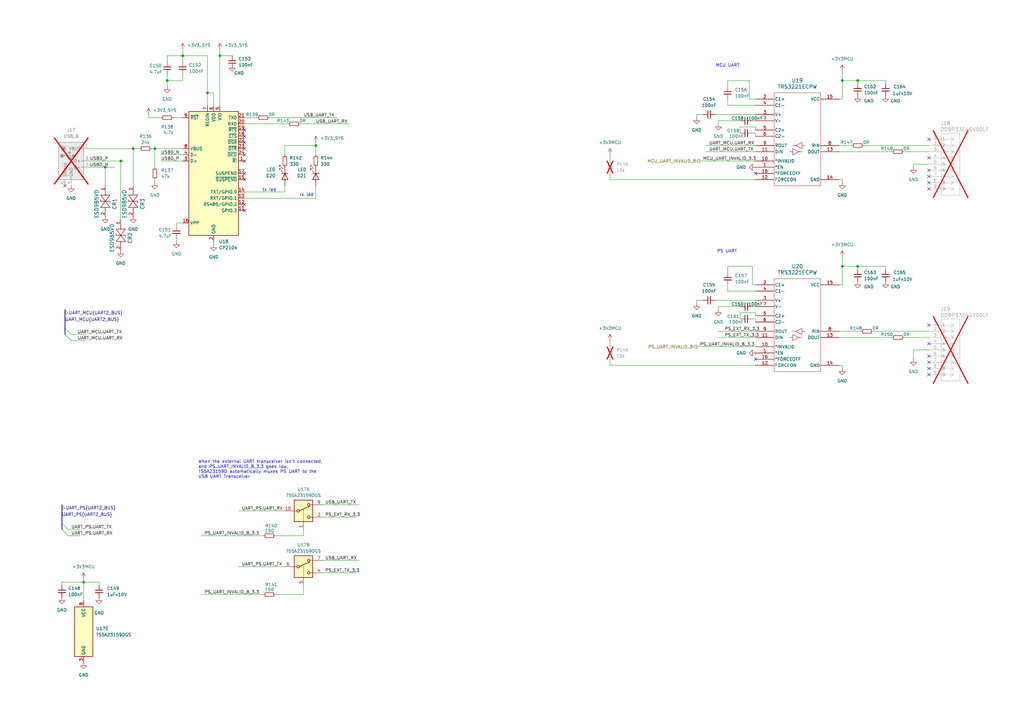
<source format=kicad_sch>
(kicad_sch (version 20250114) (generator "eeschema") (generator_version "9.0")
  (paper "A3")
  (title_block (title "NASR-M") (date "2025-09-26") (rev "D 0.9.4") (company "electrodyssey.net") (comment 1 "UART interfaces to MCU and PS") (comment 2 "(c) Nazim 2025") (comment 3 "Author: Nazim Aghabayov") (comment 4 "SYZYGY Carrier Mainboard") (comment 5 "rel: Fletched Bustard"))
  (lib_symbols
    (symbol "Analog_Switch:TS5A23159DGS"
      (property "Reference" "U" (at -5.08 8.89 0))
      (property "Value" "TS5A23159DGS" (at -5.08 6.985 0))
      (symbol "TS5A23159DGS_1_1"
        (pin passive line (at -7.62 0 0) (length 2.54) (name "~") (number "10"))
        (pin input line (at 0 -7.62 90) (length 2.54) (name "~") (number "1"))
        (pin passive line (at 7.62 2.54 180) (length 2.54) (name "~") (number "9"))
        (pin passive line (at 7.62 -2.54 180) (length 2.54) (name "~") (number "2"))
      )
      (symbol "TS5A23159DGS_2_1"
        (pin passive line (at -7.62 0 0) (length 2.54) (name "~") (number "6"))
        (pin input line (at 0 -7.62 90) (length 2.54) (name "~") (number "5"))
        (pin passive line (at 7.62 2.54 180) (length 2.54) (name "~") (number "7"))
        (pin passive line (at 7.62 -2.54 180) (length 2.54) (name "~") (number "4"))
      )
      (symbol "TS5A23159DGS_3_1"
        (pin power_in line (at 0 12.7 270) (length 2.54) (name "VCC") (number "8"))
        (pin power_in line (at 0 -12.7 90) (length 2.54) (name "GND") (number "3"))
      )
    )
    (symbol "Connector:USB_B" (pin_names (offset 1.016))
      (property "Reference" "J" (at -5.08 11.43 0))
      (property "Value" "USB_B" (at -5.08 8.89 0))
      (symbol "USB_B_1_1"
        (pin passive line (at -2.54 -10.16 90) (length 2.54) (name "Shield") (number "5"))
        (pin power_out line (at 0 -10.16 90) (length 2.54) (name "GND") (number "4"))
        (pin power_out line (at 7.62 5.08 180) (length 2.54) (name "VBUS") (number "1"))
        (pin bidirectional line (at 7.62 0 180) (length 2.54) (name "D+") (number "3"))
        (pin bidirectional line (at 7.62 -2.54 180) (length 2.54) (name "D-") (number "2"))
      )
    )
    (symbol "D09P33E4GX00LF:D09P33E4GX00LF" (pin_names (offset 0.254))
      (property "Reference" "J" (at 8.89 6.35 0))
      (property "Value" "D09P33E4GX00LF" (at 0 0 0))
      (symbol "D09P33E4GX00LF_1_1"
        (pin unspecified line (at 0 0 0) (length 5.08) (name "1") (number "1"))
        (pin unspecified line (at 0 -2.54 0) (length 5.08) (name "2") (number "2"))
        (pin unspecified line (at 0 -5.08 0) (length 5.08) (name "3") (number "3"))
        (pin unspecified line (at 0 -7.62 0) (length 5.08) (name "4") (number "4"))
        (pin unspecified line (at 0 -10.16 0) (length 5.08) (name "5") (number "5"))
        (pin unspecified line (at 0 -12.7 0) (length 5.08) (name "6") (number "6"))
        (pin unspecified line (at 0 -15.24 0) (length 5.08) (name "7") (number "7"))
        (pin unspecified line (at 0 -17.78 0) (length 5.08) (name "8") (number "8"))
        (pin unspecified line (at 0 -20.32 0) (length 5.08) (name "9") (number "9"))
      )
      (symbol "D09P33E4GX00LF_1_2"
        (pin unspecified line (at 0 0 0) (length 5.08) (name "1") (number "1"))
        (pin unspecified line (at 0 -2.54 0) (length 5.08) (name "2") (number "2"))
        (pin unspecified line (at 0 -5.08 0) (length 5.08) (name "3") (number "3"))
        (pin unspecified line (at 0 -7.62 0) (length 5.08) (name "4") (number "4"))
        (pin unspecified line (at 0 -10.16 0) (length 5.08) (name "5") (number "5"))
        (pin unspecified line (at 0 -12.7 0) (length 5.08) (name "6") (number "6"))
        (pin unspecified line (at 0 -15.24 0) (length 5.08) (name "7") (number "7"))
        (pin unspecified line (at 0 -17.78 0) (length 5.08) (name "8") (number "8"))
        (pin unspecified line (at 0 -20.32 0) (length 5.08) (name "9") (number "9"))
      )
    )
    (symbol "Device:C_Small" (pin_numbers (hide yes)) (pin_names (offset 0.254) (hide yes))
      (property "Reference" "C" (at 0.254 1.778 0))
      (property "Value" "C_Small" (at 0.254 -2.032 0))
      (symbol "C_Small_1_1"
        (pin passive line (at 0 2.54 270) (length 2.032) (name "~") (number "1"))
        (pin passive line (at 0 -2.54 90) (length 2.032) (name "~") (number "2"))
      )
    )
    (symbol "Device:LED" (pin_numbers (hide yes)) (pin_names (offset 1.016) (hide yes))
      (property "Reference" "D" (at 0 2.54 0))
      (property "Value" "LED" (at 0 -2.54 0))
      (symbol "LED_1_1"
        (pin passive line (at -3.81 0 0) (length 2.54) (name "K") (number "1"))
        (pin passive line (at 3.81 0 180) (length 2.54) (name "A") (number "2"))
      )
    )
    (symbol "Device:R_Small" (pin_numbers (hide yes)) (pin_names (offset 0.254) (hide yes))
      (property "Reference" "R" (at 0.762 0.508 0))
      (property "Value" "R_Small" (at 0.762 -1.016 0))
      (symbol "R_Small_1_1"
        (pin passive line (at 0 2.54 270) (length 0.762) (name "~") (number "1"))
        (pin passive line (at 0 -2.54 90) (length 0.762) (name "~") (number "2"))
      )
    )
    (symbol "ESD9B5VD:ESD9B5VD" (pin_names (offset 0.254))
      (property "Reference" "CR" (at 6.35 5.08 0))
      (property "Value" "ESD9B5VD" (at 6.35 -3.81 0))
      (symbol "ESD9B5VD_0_1"
        (pin unspecified line (at 0 0 0) (length 2.54) (name "") (number "2"))
        (pin unspecified line (at 12.7 0 180) (length 2.54) (name "") (number "1"))
      )
    )
    (symbol "GND_1" (power) (pin_numbers (hide yes)) (pin_names (offset 0) (hide yes))
      (property "Value" "GND" (at 0 -3.81 0))
      (symbol "GND_1_1_1"
        (pin power_in line (at 0 0 270) (length 0) (name "~") (number "1"))
      )
    )
    (symbol "GPWR3V3MCU:+3V3MCU" (power) (pin_names (offset 0))
      (property "Value" "+3V3MCU" (at 0 3.556 0))
      (symbol "+3V3MCU_1_1"
        (pin power_in line (at 0 0 90) (length 0) (hide yes) (name "+3V3MCU") (number "1"))
      )
    )
    (symbol "GPWR3V3SYS:+3V3SYS" (power) (pin_names (offset 0))
      (property "Value" "+3V3SYS" (at 0 5.334 0))
      (symbol "+3V3SYS_1_1"
        (pin power_in line (at 0 0 90) (length 0) (hide yes) (name "+3V3_SYS") (number "1"))
      )
    )
    (symbol "Interface_USB:CP2104"
      (property "Reference" "U" (at -5.08 28.575 0))
      (property "Value" "CP2104" (at -5.08 26.67 0))
      (symbol "CP2104_1_1"
        (pin bidirectional line (at -12.7 22.86 0) (length 2.54) (name "~{RST}") (number "9"))
        (pin input line (at -12.7 10.16 0) (length 2.54) (name "VBUS") (number "8"))
        (pin bidirectional line (at -12.7 7.62 0) (length 2.54) (name "D-") (number "4"))
        (pin bidirectional line (at -12.7 5.08 0) (length 2.54) (name "D+") (number "3"))
        (pin passive line (at -12.7 -20.32 0) (length 2.54) (name "VPP") (number "16"))
        (pin power_in line (at -2.54 27.94 270) (length 2.54) (name "REGIN") (number "7"))
        (pin power_in line (at 0 27.94 270) (length 2.54) (name "VDD") (number "6"))
        (pin power_in line (at 0 -27.94 90) (length 2.54) (name "GND") (number "2"))
        (pin passive line (at 0 -27.94 90) (length 2.54) (hide yes) (name "GND") (number "25"))
        (pin power_in line (at 2.54 27.94 270) (length 2.54) (name "VIO") (number "5"))
        (pin no_connect line (at 10.16 -20.32 180) (length 2.54) (hide yes) (name "NC") (number "10"))
        (pin output line (at 12.7 22.86 180) (length 2.54) (name "TXD") (number "21"))
        (pin input line (at 12.7 20.32 180) (length 2.54) (name "RXD") (number "20"))
        (pin output line (at 12.7 17.78 180) (length 2.54) (name "~{RTS}") (number "19"))
        (pin input line (at 12.7 15.24 180) (length 2.54) (name "~{CTS}") (number "18"))
        (pin input line (at 12.7 12.7 180) (length 2.54) (name "~{DSR}") (number "22"))
        (pin output line (at 12.7 10.16 180) (length 2.54) (name "~{DTR}") (number "23"))
        (pin input line (at 12.7 7.62 180) (length 2.54) (name "~{DCD}") (number "24"))
        (pin input line (at 12.7 5.08 180) (length 2.54) (name "~{RI}") (number "1"))
        (pin output line (at 12.7 0 180) (length 2.54) (name "SUSPEND") (number "17"))
        (pin output line (at 12.7 -2.54 180) (length 2.54) (name "~{SUSPEND}") (number "15"))
        (pin bidirectional line (at 12.7 -7.62 180) (length 2.54) (name "TXT/GPIO.0") (number "14"))
        (pin bidirectional line (at 12.7 -10.16 180) (length 2.54) (name "RXT/GPIO.1") (number "13"))
        (pin bidirectional line (at 12.7 -12.7 180) (length 2.54) (name "RS485/GPIO.2") (number "12"))
        (pin bidirectional line (at 12.7 -15.24 180) (length 2.54) (name "GPIO.3") (number "11"))
      )
    )
    (symbol "TRS3221ECPW:TRS3221ECPW" (pin_names (offset 0.254))
      (property "Reference" "U48" (at 32.512 9.906 0))
      (property "Value" "TRS3221ECPW" (at 32.512 7.366 0))
      (symbol "TRS3221ECPW_0_1"
        (pin input line (at 15.24 -25.4 0) (length 7.62) (name "*EN") (number "1"))
        (pin power_in line (at 49.53 2.54 180) (length 7.62) (name "VCC") (number "15"))
        (pin power_in line (at 49.53 -30.48 180) (length 7.62) (name "GND") (number "14"))
      )
      (symbol "TRS3221ECPW_1_1"
        (pin passive line (at 15.24 2.54 0) (length 7.62) (name "C1+") (number "2"))
        (pin passive line (at 15.24 0 0) (length 7.62) (name "C1-") (number "4"))
        (pin passive line (at 15.24 -3.81 0) (length 7.62) (name "V+") (number "3"))
        (pin passive line (at 15.24 -6.35 0) (length 7.62) (name "V-") (number "7"))
        (pin passive line (at 15.24 -10.16 0) (length 7.62) (name "C2+") (number "5"))
        (pin passive line (at 15.24 -12.7 0) (length 7.62) (name "C2-") (number "6"))
        (pin output line (at 15.24 -16.51 0) (length 7.62) (name "ROUT") (number "9"))
        (pin input line (at 15.24 -19.05 0) (length 7.62) (name "DIN") (number "11"))
        (pin output line (at 15.24 -22.86 0) (length 7.62) (name "*INVALID") (number "10"))
        (pin input line (at 15.24 -27.94 0) (length 7.62) (name "*FORCEOFF") (number "16"))
        (pin input line (at 15.24 -30.48 0) (length 7.62) (name "FORCEON") (number "12"))
        (pin input line (at 49.53 -16.51 180) (length 7.62) (name "RIN") (number "8"))
        (pin output line (at 49.53 -19.05 180) (length 7.62) (name "DOUT") (number "13"))
      )
    )
    (symbol "power:GND" (power) (pin_names (offset 0))
      (property "Value" "GND" (at 0 -3.81 0))
      (symbol "GND_1_1"
        (pin power_in line (at 0 0 270) (length 0) (hide yes) (name "GND") (number "1"))
      )
    )
  )
  (text "PS UART" (at 298.196 103.124 0) (effects (font (size 1.27 1.27))))
  (text "MCU UART" (at 298.45 26.924 0) (effects (font (size 1.27 1.27))))
  (text "When the external UART transceiver isn't connected,\nand PS_UART_INVALID_B_3.3 goes low, \nTS5A23159D automatically muxes PS UART to the\nUSB UART Transceiver\n" (at 81.28 192.532 0) (effects (font (size 1.27 1.27)) (justify left)))
  (text "rx led" (at 125.73 80.01 0) (effects (font (size 1.27 1.27))))
  (text "tx led" (at 110.49 77.978 0) (effects (font (size 1.27 1.27))))
  (junction (at 74.93 22.86))
  (junction (at 351.79 109.22))
  (junction (at 129.54 59.69))
  (junction (at 90.17 22.86))
  (junction (at 351.79 33.02))
  (junction (at 63.5 60.96))
  (junction (at 68.58 33.02))
  (junction (at 54.61 60.96))
  (junction (at 49.53 66.04))
  (junction (at 345.44 33.02))
  (junction (at 34.29 238.76))
  (junction (at 85.09 38.1))
  (junction (at 345.44 109.22))
  (junction (at 43.18 68.58))
  (no_connect (at 26.67 76.2))
  (no_connect (at 381 77.47))
  (no_connect (at 100.33 71.12))
  (no_connect (at 100.33 73.66))
  (no_connect (at 381 148.59))
  (no_connect (at 381 140.97))
  (no_connect (at 100.33 55.88))
  (no_connect (at 381 57.15))
  (no_connect (at 381 64.77))
  (no_connect (at 381 151.13))
  (no_connect (at 381 133.35))
  (no_connect (at 309.88 71.12))
  (no_connect (at 100.33 83.82))
  (no_connect (at 100.33 86.36))
  (no_connect (at 309.88 147.32))
  (no_connect (at 100.33 58.42))
  (no_connect (at 381 153.67))
  (no_connect (at 381 74.93))
  (no_connect (at 381 72.39))
  (no_connect (at 381 146.05))
  (no_connect (at 381 69.85))
  (no_connect (at 100.33 60.96))
  (no_connect (at 100.33 66.04))
  (no_connect (at 100.33 63.5))
  (no_connect (at 100.33 53.34))
  (bus_entry (at 25.4 217.17) (size 2.54 2.54))
  (bus_entry (at 25.4 214.63) (size 2.54 2.54))
  (bus_entry (at 26.67 137.16) (size 2.54 2.54))
  (bus_entry (at 26.67 134.62) (size 2.54 2.54))
  (wire (pts (xy 298.45 43.18) (xy 309.88 43.18)))
  (wire (pts (xy 90.17 22.86) (xy 90.17 43.18)))
  (wire (pts (xy 110.49 48.26) (xy 138.43 48.26)))
  (wire (pts (xy 363.22 33.02) (xy 363.22 34.29)))
  (wire (pts (xy 27.94 219.71) (xy 33.02 219.71)))
  (wire (pts (xy 307.34 40.64) (xy 307.34 33.02)))
  (wire (pts (xy 345.44 73.66) (xy 345.44 74.93)))
  (wire (pts (xy 54.61 60.96) (xy 57.15 60.96)))
  (bus (pts (xy 25.4 214.63) (xy 25.4 217.17)))
  (wire (pts (xy 63.5 73.66) (xy 63.5 74.93)))
  (wire (pts (xy 43.18 68.58) (xy 43.18 76.2)))
  (wire (pts (xy 309.88 128.27) (xy 309.88 129.54)))
  (wire (pts (xy 82.55 219.71) (xy 107.95 219.71)))
  (wire (pts (xy 298.45 33.02) (xy 298.45 35.56)))
  (wire (pts (xy 100.33 50.8) (xy 118.11 50.8)))
  (wire (pts (xy 66.04 63.5) (xy 74.93 63.5)))
  (wire (pts (xy 309.88 54.61) (xy 309.88 55.88)))
  (wire (pts (xy 129.54 81.28) (xy 100.33 81.28)))
  (wire (pts (xy 287.02 66.04) (xy 309.88 66.04)))
  (wire (pts (xy 351.79 109.22) (xy 363.22 109.22)))
  (wire (pts (xy 97.79 232.41) (xy 116.84 232.41)))
  (wire (pts (xy 345.44 116.84) (xy 344.17 116.84)))
  (wire (pts (xy 298.45 119.38) (xy 309.88 119.38)))
  (wire (pts (xy 95.25 22.86) (xy 90.17 22.86)))
  (bus (pts (xy 25.4 207.01) (xy 25.4 214.63)))
  (wire (pts (xy 129.54 58.42) (xy 129.54 59.69)))
  (wire (pts (xy 345.44 33.02) (xy 345.44 40.64)))
  (wire (pts (xy 374.65 143.51) (xy 381 143.51)))
  (wire (pts (xy 345.44 33.02) (xy 351.79 33.02)))
  (wire (pts (xy 71.12 48.26) (xy 74.93 48.26)))
  (wire (pts (xy 308.61 130.81) (xy 309.88 130.81)))
  (wire (pts (xy 309.88 52.07) (xy 303.53 52.07)))
  (wire (pts (xy 294.64 125.73) (xy 294.64 127)))
  (wire (pts (xy 344.17 62.23) (xy 365.76 62.23)))
  (wire (pts (xy 303.53 52.07) (xy 303.53 54.61)))
  (wire (pts (xy 294.64 49.53) (xy 303.53 49.53)))
  (wire (pts (xy 381 67.31) (xy 374.65 67.31)))
  (wire (pts (xy 309.88 40.64) (xy 307.34 40.64)))
  (wire (pts (xy 308.61 54.61) (xy 309.88 54.61)))
  (wire (pts (xy 72.39 91.44) (xy 74.93 91.44)))
  (wire (pts (xy 68.58 33.02) (xy 68.58 35.56)))
  (wire (pts (xy 293.37 123.19) (xy 309.88 123.19)))
  (wire (pts (xy 344.17 59.69) (xy 349.25 59.69)))
  (wire (pts (xy 345.44 109.22) (xy 351.79 109.22)))
  (wire (pts (xy 25.4 238.76) (xy 34.29 238.76)))
  (wire (pts (xy 289.56 59.69) (xy 309.88 59.69)))
  (wire (pts (xy 308.61 116.84) (xy 308.61 109.22)))
  (wire (pts (xy 345.44 29.21) (xy 345.44 33.02)))
  (wire (pts (xy 358.14 135.89) (xy 381 135.89)))
  (wire (pts (xy 294.64 135.89) (xy 309.88 135.89)))
  (wire (pts (xy 34.29 238.76) (xy 40.64 238.76)))
  (wire (pts (xy 116.84 76.2) (xy 116.84 78.74)))
  (wire (pts (xy 370.84 138.43) (xy 381 138.43)))
  (wire (pts (xy 116.84 78.74) (xy 100.33 78.74)))
  (wire (pts (xy 298.45 109.22) (xy 298.45 111.76)))
  (wire (pts (xy 72.39 92.71) (xy 72.39 91.44)))
  (wire (pts (xy 351.79 33.02) (xy 363.22 33.02)))
  (wire (pts (xy 113.03 219.71) (xy 124.46 219.71)))
  (wire (pts (xy 74.93 22.86) (xy 68.58 22.86)))
  (wire (pts (xy 36.83 68.58) (xy 43.18 68.58)))
  (wire (pts (xy 129.54 59.69) (xy 129.54 63.5)))
  (wire (pts (xy 123.19 50.8) (xy 143.51 50.8)))
  (wire (pts (xy 345.44 105.41) (xy 345.44 109.22)))
  (wire (pts (xy 351.79 109.22) (xy 351.79 110.49)))
  (wire (pts (xy 36.83 60.96) (xy 54.61 60.96)))
  (wire (pts (xy 344.17 149.86) (xy 345.44 149.86)))
  (wire (pts (xy 74.93 33.02) (xy 68.58 33.02)))
  (wire (pts (xy 116.84 59.69) (xy 129.54 59.69)))
  (wire (pts (xy 82.55 243.84) (xy 107.95 243.84)))
  (wire (pts (xy 345.44 40.64) (xy 344.17 40.64)))
  (wire (pts (xy 40.64 238.76) (xy 40.64 240.03)))
  (wire (pts (xy 288.29 46.99) (xy 285.75 46.99)))
  (wire (pts (xy 308.61 109.22) (xy 298.45 109.22)))
  (wire (pts (xy 288.29 123.19) (xy 285.75 123.19)))
  (wire (pts (xy 63.5 60.96) (xy 63.5 68.58)))
  (wire (pts (xy 129.54 76.2) (xy 129.54 81.28)))
  (wire (pts (xy 49.53 66.04) (xy 49.53 90.17)))
  (wire (pts (xy 250.19 63.5) (xy 250.19 66.04)))
  (wire (pts (xy 294.64 125.73) (xy 303.53 125.73)))
  (wire (pts (xy 113.03 243.84) (xy 124.46 243.84)))
  (wire (pts (xy 351.79 33.02) (xy 351.79 34.29)))
  (wire (pts (xy 374.65 147.32) (xy 374.65 143.51)))
  (wire (pts (xy 124.46 217.17) (xy 124.46 219.71)))
  (wire (pts (xy 62.23 60.96) (xy 63.5 60.96)))
  (wire (pts (xy 95.25 26.67) (xy 95.25 27.94)))
  (wire (pts (xy 309.88 116.84) (xy 308.61 116.84)))
  (wire (pts (xy 85.09 22.86) (xy 74.93 22.86)))
  (wire (pts (xy 354.33 59.69) (xy 381 59.69)))
  (wire (pts (xy 344.17 135.89) (xy 353.06 135.89)))
  (wire (pts (xy 250.19 71.12) (xy 250.19 73.66)))
  (wire (pts (xy 85.09 38.1) (xy 85.09 22.86)))
  (wire (pts (xy 298.45 40.64) (xy 298.45 43.18)))
  (wire (pts (xy 309.88 130.81) (xy 309.88 132.08)))
  (wire (pts (xy 25.4 238.76) (xy 25.4 240.03)))
  (wire (pts (xy 132.08 229.87) (xy 147.32 229.87)))
  (wire (pts (xy 303.53 128.27) (xy 303.53 130.81)))
  (wire (pts (xy 285.75 123.19) (xy 285.75 124.46)))
  (wire (pts (xy 66.04 66.04) (xy 74.93 66.04)))
  (wire (pts (xy 309.88 128.27) (xy 303.53 128.27)))
  (wire (pts (xy 68.58 22.86) (xy 68.58 25.4)))
  (wire (pts (xy 132.08 212.09) (xy 146.05 212.09)))
  (wire (pts (xy 285.75 142.24) (xy 309.88 142.24)))
  (wire (pts (xy 63.5 60.96) (xy 74.93 60.96)))
  (wire (pts (xy 294.64 138.43) (xy 309.88 138.43)))
  (wire (pts (xy 344.17 73.66) (xy 345.44 73.66)))
  (wire (pts (xy 54.61 60.96) (xy 54.61 76.2)))
  (wire (pts (xy 307.34 33.02) (xy 298.45 33.02)))
  (wire (pts (xy 97.79 209.55) (xy 116.84 209.55)))
  (wire (pts (xy 289.56 62.23) (xy 309.88 62.23)))
  (wire (pts (xy 250.19 73.66) (xy 309.88 73.66)))
  (wire (pts (xy 309.88 52.07) (xy 309.88 53.34)))
  (wire (pts (xy 293.37 46.99) (xy 309.88 46.99)))
  (wire (pts (xy 60.96 48.26) (xy 60.96 46.99)))
  (wire (pts (xy 72.39 99.06) (xy 72.39 97.79)))
  (wire (pts (xy 345.44 109.22) (xy 345.44 116.84)))
  (wire (pts (xy 68.58 30.48) (xy 68.58 33.02)))
  (wire (pts (xy 116.84 59.69) (xy 116.84 63.5)))
  (wire (pts (xy 132.08 234.95) (xy 146.05 234.95)))
  (bus (pts (xy 26.67 127) (xy 26.67 134.62)))
  (wire (pts (xy 74.93 25.4) (xy 74.93 22.86)))
  (wire (pts (xy 74.93 30.48) (xy 74.93 33.02)))
  (wire (pts (xy 87.63 100.33) (xy 87.63 99.06)))
  (wire (pts (xy 49.53 66.04) (xy 50.8 66.04)))
  (wire (pts (xy 294.64 49.53) (xy 294.64 50.8)))
  (wire (pts (xy 250.19 139.7) (xy 250.19 142.24)))
  (wire (pts (xy 370.84 62.23) (xy 381 62.23)))
  (wire (pts (xy 250.19 149.86) (xy 309.88 149.86)))
  (wire (pts (xy 363.22 109.22) (xy 363.22 110.49)))
  (wire (pts (xy 85.09 43.18) (xy 85.09 38.1)))
  (wire (pts (xy 27.94 217.17) (xy 33.02 217.17)))
  (wire (pts (xy 285.75 46.99) (xy 285.75 48.26)))
  (wire (pts (xy 87.63 38.1) (xy 85.09 38.1)))
  (wire (pts (xy 308.61 49.53) (xy 309.88 49.53)))
  (wire (pts (xy 90.17 20.32) (xy 90.17 22.86)))
  (wire (pts (xy 74.93 20.32) (xy 74.93 22.86)))
  (wire (pts (xy 29.21 139.7) (xy 35.56 139.7)))
  (wire (pts (xy 34.29 238.76) (xy 34.29 246.38)))
  (wire (pts (xy 250.19 147.32) (xy 250.19 149.86)))
  (wire (pts (xy 87.63 43.18) (xy 87.63 38.1)))
  (wire (pts (xy 36.83 66.04) (xy 49.53 66.04)))
  (wire (pts (xy 100.33 48.26) (xy 105.41 48.26)))
  (wire (pts (xy 124.46 240.03) (xy 124.46 243.84)))
  (wire (pts (xy 308.61 125.73) (xy 309.88 125.73)))
  (wire (pts (xy 29.21 137.16) (xy 35.56 137.16)))
  (wire (pts (xy 374.65 67.31) (xy 374.65 68.58)))
  (wire (pts (xy 344.17 138.43) (xy 365.76 138.43)))
  (wire (pts (xy 298.45 116.84) (xy 298.45 119.38)))
  (wire (pts (xy 43.18 68.58) (xy 46.99 68.58)))
  (wire (pts (xy 345.44 149.86) (xy 345.44 151.13)))
  (bus (pts (xy 26.67 134.62) (xy 26.67 137.16)))
  (wire (pts (xy 132.08 207.01) (xy 147.32 207.01)))
  (wire (pts (xy 66.04 48.26) (xy 60.96 48.26)))
  (wire (pts (xy 34.29 237.49) (xy 34.29 238.76)))
  (label "UART_PS.UART_TX" (at 29.21 217.17 0))
  (label "USBD_N" (at 36.83 68.58 0))
  (label "UART_MCU{UART2_BUS}" (at 26.67 132.08 0))
  (label "UART_PS.UART_RX" (at 29.21 219.71 0))
  (label "PS_UART_INVALID_B_3.3" (at 83.82 219.71 0))
  (label "PS_UART_INVALID_B_3.3" (at 287.02 142.24 0))
  (label "PS_EXT_TX_3.3" (at 297.18 138.43 0))
  (label "USB_UART_RX" (at 133.35 229.87 0))
  (label "PS_EXT_RX_3.3" (at 133.35 212.09 0))
  (label "PS_UART_INVALID_B_3.3" (at 83.82 243.84 0))
  (label "PS_EXT_RX_3.3" (at 297.18 135.89 0))
  (label "MCU_UART_INVALID_3.3" (at 288.29 66.04 0))
  (label "USBD_P" (at 36.83 66.04 0))
  (label "USB_UART_RX" (at 129.54 50.8 0))
  (label "UART_PS.UART_RX" (at 99.06 209.55 0))
  (label "PS_EXT_TX_3.3" (at 133.35 234.95 0))
  (label "USB_UART_TX" (at 133.35 207.01 0))
  (label "UART_MCU.UART_TX" (at 290.83 62.23 0))
  (label "UART_PS.UART_TX" (at 99.06 232.41 0))
  (label "UART_MCU.UART_RX" (at 31.75 139.7 0))
  (label "USB_UART_TX" (at 124.46 48.26 0))
  (label "UART_MCU.UART_RX" (at 290.83 59.69 0))
  (label "UART_PS{UART2_BUS}" (at 25.4 212.09 0))
  (label "USBD_P" (at 66.04 66.04 0))
  (label "USBD_N" (at 66.04 63.5 0))
  (label "UART_MCU.UART_TX" (at 31.75 137.16 0))
  (hierarchical_label "UART_MCU{UART2_BUS}" (shape bidirectional) (at 26.67 128.27 0))
  (hierarchical_label "MCU_UART_INVALID_B" (shape output) (at 287.02 66.04 180))
  (hierarchical_label "PS_UART_INVALID_B" (shape output) (at 285.75 142.24 180))
  (hierarchical_label "UART_PS{UART2_BUS}" (shape bidirectional) (at 25.4 208.28 0))
  (symbol (lib_id "Device:C_Small") (at 306.07 54.61 90) (unit 1)
    (property "Reference" "C159" (at 300.736 53.594 90))
    (property "Value" "100nF" (at 302.006 55.88 90))
    (property "Footprint" "Capacitor_SMD:C_0805_2012Metric" (effects (hide yes)))
    (property "Description" "100nF 50V X7R ±10% 0805 Multilayer Ceramic Capacitors MLCC - SMD/SMT ROHS" (effects (hide yes)))
    (property "JLCPCB Part #" "C49678" (effects (hide yes)))
    (property "Part" "CC0805KRX7R9BB104" (effects (hide yes)))
  )
  (symbol (lib_id "Device:C_Small") (at 290.83 46.99 90) (unit 1)
    (property "Reference" "C154" (at 290.8363 40.64 90))
    (property "Value" "100nF" (at 290.8363 43.18 90))
    (property "Footprint" "Capacitor_SMD:C_0805_2012Metric" (effects (hide yes)))
    (property "Description" "100nF 50V X7R ±10% 0805 Multilayer Ceramic Capacitors MLCC - SMD/SMT ROHS" (effects (hide yes)))
    (property "JLCPCB Part #" "C49678" (effects (hide yes)))
    (property "Part" "CC0805KRX7R9BB104" (effects (hide yes)))
  )
  (symbol (lib_id "power:GND") (at 351.79 115.57 0) (unit 1)
    (property "Reference" "#PWR0266" (effects (hide yes)))
    (property "Value" "GND" (at 356.362 117.602 0))
    (property "Description" "Power symbol creates a global label with name \"GND\" , ground" (effects (hide yes)))
  )
  (symbol (lib_id "Analog_Switch:TS5A23159DGS") (at 124.46 209.55 0) (unit 1)
    (property "Reference" "U17" (at 124.46 200.66 0))
    (property "Value" "TS5A23159DGS" (at 124.46 203.2 0))
    (property "Footprint" "Package_SO:VSSOP-10_3x3mm_P0.5mm" (effects (hide yes)))
    (property "Datasheet" "http://www.ti.com/lit/ds/symlink/ts5a23159.pdf" (effects (hide yes)))
    (property "Description" "Dual SPDT 1ohm Bidirectional Analog Switch with Off protection, VSSOP-10" (effects (hide yes)))
    (property "JLCPCB Part #" "C42751" (effects (hide yes)))
  )
  (symbol (lib_name "GND_1") (lib_id "power:GND") (at 309.88 144.78 270) (unit 1)
    (property "Reference" "#PWR0262" (effects (hide yes)))
    (property "Value" "GND" (at 306.07 144.7799 90) (effects (justify right)))
    (property "Description" "Power symbol creates a global label with name \"GND\" , ground" (effects (hide yes)))
  )
  (symbol (lib_id "Device:C_Small") (at 72.39 95.25 0) (unit 1)
    (property "Reference" "C151" (at 65.024 94.234 0) (effects (justify left)))
    (property "Value" "4.7uF" (at 65.024 96.774 0) (effects (justify left)))
    (property "Footprint" "Capacitor_SMD:C_0402_1005Metric" (effects (hide yes)))
    (property "Description" "10V 4.7uF X5R ±10% 0402 Multilayer Ceramic Capacitors MLCC - SMD/SMT ROHS" (effects (hide yes)))
    (property "JLCPCB Part #" "C368809" (effects (hide yes)))
    (property "Part" "CL05A475KP5NRNC" (effects (hide yes)))
  )
  (symbol (lib_id "power:GND") (at 294.64 127 0) (unit 1)
    (property "Reference" "#PWR0260" (effects (hide yes)))
    (property "Value" "GND" (at 294.64 132.08 0))
  )
  (symbol (lib_id "Device:C_Small") (at 95.25 25.4 180) (unit 1)
    (property "Reference" "C153" (at 97.79 24.1235 0) (effects (justify right)))
    (property "Value" "100nF" (at 97.79 26.6635 0) (effects (justify right)))
    (property "Footprint" "Capacitor_SMD:C_0402_1005Metric" (effects (hide yes)))
    (property "JLCPCB Part #" "C541465" (effects (hide yes)))
    (property "Part" "CC0402JRX7R8BB104" (effects (hide yes)))
  )
  (symbol (lib_id "Device:R_Small") (at 129.54 66.04 0) (unit 1)
    (property "Reference" "R144" (at 131.445 64.77 0) (effects (justify left)))
    (property "Value" "330" (at 131.445 67.31 0) (effects (justify left)))
    (property "Footprint" "Resistor_SMD:R_0402_1005Metric" (effects (hide yes)))
    (property "JLCPCB Part #" "C25104" (effects (hide yes)))
    (property "Part" "0402WGF3300TCE" (effects (hide yes)))
  )
  (symbol (lib_id "Device:R_Small") (at 351.79 59.69 270) (unit 1)
    (property "Reference" "R147" (at 349.758 58.42 90) (effects (justify right)))
    (property "Value" "0R" (at 356.616 58.42 90) (effects (justify right)))
    (property "Footprint" "Resistor_SMD:R_0603_1608Metric" (effects (hide yes)))
    (property "JLCPCB Part #" "C2906974" (effects (hide yes)))
    (property "Part" "FRC0603F0000TS" (effects (hide yes)))
  )
  (symbol (lib_id "Device:C_Small") (at 74.93 27.94 0) (unit 1)
    (property "Reference" "C152" (at 77.47 26.6763 0) (effects (justify left)))
    (property "Value" "100nF" (at 77.47 29.2163 0) (effects (justify left)))
    (property "Footprint" "Capacitor_SMD:C_0402_1005Metric" (effects (hide yes)))
    (property "JLCPCB Part #" "C541465" (effects (hide yes)))
    (property "Part" "CC0402JRX7R8BB104" (effects (hide yes)))
  )
  (symbol (lib_id "power:GND") (at 72.39 99.06 0) (unit 1)
    (property "Reference" "#PWR0254" (effects (hide yes)))
    (property "Value" "GND" (at 72.39 104.14 0))
    (property "Description" "Power symbol creates a global label with name \"GND\" , ground" (effects (hide yes)))
  )
  (symbol (lib_id "power:GND") (at 43.18 88.9 0) (unit 1)
    (property "Reference" "#PWR0249" (effects (hide yes)))
    (property "Value" "GND" (at 43.18 93.98 0))
    (property "Description" "Power symbol creates a global label with name \"GND\" , ground" (effects (hide yes)))
  )
  (symbol (lib_name "GND_1") (lib_id "power:GND") (at 309.88 68.58 270) (unit 1)
    (property "Reference" "#PWR0261" (effects (hide yes)))
    (property "Value" "GND" (at 306.07 68.5799 90) (effects (justify right)))
    (property "Description" "Power symbol creates a global label with name \"GND\" , ground" (effects (hide yes)))
  )
  (symbol (lib_id "power:GND") (at 95.25 26.67 0) (unit 1)
    (property "Reference" "#PWR0256" (effects (hide yes)))
    (property "Value" "GND" (at 98.044 29.972 0))
    (property "Description" "Power symbol creates a global label with name \"GND\" , ground" (effects (hide yes)))
  )
  (symbol (lib_id "Device:R_Small") (at 368.3 62.23 270) (unit 1)
    (property "Reference" "R149" (at 366.268 60.96 90) (effects (justify right)))
    (property "Value" "0R" (at 373.126 60.96 90) (effects (justify right)))
    (property "Footprint" "Resistor_SMD:R_0603_1608Metric" (effects (hide yes)))
    (property "JLCPCB Part #" "C2906974" (effects (hide yes)))
    (property "Part" "FRC0603F0000TS" (effects (hide yes)))
  )
  (symbol (lib_id "power:GND") (at 351.79 39.37 0) (unit 1)
    (property "Reference" "#PWR0265" (effects (hide yes)))
    (property "Value" "GND" (at 356.362 41.402 0))
    (property "Description" "Power symbol creates a global label with name \"GND\" , ground" (effects (hide yes)))
  )
  (symbol (lib_id "Analog_Switch:TS5A23159DGS") (at 34.29 259.08 0) (unit 3)
    (property "Reference" "U17" (at 39.37 257.8099 0) (effects (justify left)))
    (property "Value" "TS5A23159DGS" (at 39.37 260.3499 0) (effects (justify left)))
    (property "Footprint" "Package_SO:VSSOP-10_3x3mm_P0.5mm" (effects (hide yes)))
    (property "Datasheet" "http://www.ti.com/lit/ds/symlink/ts5a23159.pdf" (effects (hide yes)))
    (property "Description" "Dual SPDT 1ohm Bidirectional Analog Switch with Off protection, VSSOP-10" (effects (hide yes)))
    (property "JLCPCB Part #" "C42751" (effects (hide yes)))
  )
  (symbol (lib_id "Device:C_Small") (at 298.45 38.1 0) (unit 1)
    (property "Reference" "C156" (at 301.371 36.8363 0) (effects (justify left)))
    (property "Value" "100nF" (at 301.371 39.3763 0) (effects (justify left)))
    (property "Footprint" "Capacitor_SMD:C_0805_2012Metric" (effects (hide yes)))
    (property "Description" "100nF 50V X7R ±10% 0805 Multilayer Ceramic Capacitors MLCC - SMD/SMT ROHS" (effects (hide yes)))
    (property "JLCPCB Part #" "C49678" (effects (hide yes)))
    (property "Part" "CC0805KRX7R9BB104" (effects (hide yes)))
  )
  (symbol (lib_name "GND_1") (lib_id "power:GND") (at 345.44 74.93 0) (unit 1)
    (property "Reference" "#PWR0263" (effects (hide yes)))
    (property "Value" "GND" (at 345.44 80.01 0))
    (property "Description" "Power symbol creates a global label with name \"GND\" , ground" (effects (hide yes)))
  )
  (symbol (lib_id "Device:R_Small") (at 110.49 243.84 270) (unit 1)
    (property "Reference" "R141" (at 111.252 239.776 90))
    (property "Value" "150" (at 110.49 241.808 90))
    (property "Footprint" "Resistor_SMD:R_0402_1005Metric" (effects (hide yes)))
    (property "JLCPCB Part #" "C25082" (effects (hide yes)))
    (property "Part" "0402WGF1500TCE" (effects (hide yes)))
  )
  (symbol (lib_id "D09P33E4GX00LF:D09P33E4GX00LF") (at 381 57.15 0) (unit 1) (dnp yes)
    (property "Reference" "J18" (at 385.572 50.546 0) (effects (font (size 1.524 1.524)) (justify left)))
    (property "Value" "D09P33E4GV00LF" (at 385.572 53.086 0) (effects (font (size 1.524 1.524)) (justify left)))
    (property "Footprint" "pretty:CONN_D09P33ExGX00xx_AMP" (effects (hide yes)))
    (property "Datasheet" "D09P33E4GX00LF" (effects (hide yes)))
    (property "Description" "D-SUB DB9" (effects (hide yes)))
    (property "Part" "D09P33E4GV00LF" (effects (hide yes)))
    (property "JLCPCB Part #" "C599281" (effects (hide yes)))
  )
  (symbol (lib_id "GPWR3V3SYS:+3V3SYS") (at 90.17 20.32 0) (unit 1)
    (property "Reference" "#PWR3V3SYS011" (effects (hide yes)))
    (property "Value" "+3V3_SYS" (at 96.774 18.542 0))
  )
  (symbol (lib_id "Device:C_Small") (at 298.45 114.3 0) (unit 1)
    (property "Reference" "C157" (at 301.371 113.0363 0) (effects (justify left)))
    (property "Value" "100nF" (at 301.371 115.5763 0) (effects (justify left)))
    (property "Footprint" "Capacitor_SMD:C_0805_2012Metric" (effects (hide yes)))
    (property "Description" "100nF 50V X7R ±10% 0805 Multilayer Ceramic Capacitors MLCC - SMD/SMT ROHS" (effects (hide yes)))
    (property "JLCPCB Part #" "C49678" (effects (hide yes)))
    (property "Part" "CC0805KRX7R9BB104" (effects (hide yes)))
  )
  (symbol (lib_id "Device:R_Small") (at 250.19 144.78 0) (unit 1) (dnp yes)
    (property "Reference" "R146" (at 252.73 143.5099 0) (effects (justify left)))
    (property "Value" "10k" (at 252.73 146.0499 0) (effects (justify left)))
    (property "Footprint" "Resistor_SMD:R_0402_1005Metric" (effects (hide yes)))
    (property "JLCPCB Part #" "C25744" (effects (hide yes)))
    (property "Part" "0402WGF1002TCE" (effects (hide yes)))
  )
  (symbol (lib_name "GND_1") (lib_id "power:GND") (at 345.44 151.13 0) (unit 1)
    (property "Reference" "#PWR0264" (effects (hide yes)))
    (property "Value" "GND" (at 345.44 156.21 0))
    (property "Description" "Power symbol creates a global label with name \"GND\" , ground" (effects (hide yes)))
  )
  (symbol (lib_id "GPWR3V3MCU:+3V3MCU") (at 345.44 29.21 0) (unit 1)
    (property "Reference" "#PWR3V3MCU048" (effects (hide yes)))
    (property "Value" "+3V3MCU" (at 345.44 24.13 0))
  )
  (symbol (lib_id "TRS3221ECPW:TRS3221ECPW") (at 294.64 119.38 0) (unit 1)
    (property "Reference" "U20" (at 327.025 109.22 0) (effects (font (size 1.524 1.524))))
    (property "Value" "TRS3221ECPW" (at 327.025 111.76 0) (effects (font (size 1.524 1.524))))
    (property "Footprint" "pretty:PW16" (effects (hide yes)))
    (property "Datasheet" "TRS3221ECPW" (effects (hide yes)))
    (property "JLCPCB Part #" "C2865157" (effects (hide yes)))
  )
  (symbol (lib_id "power:GND") (at 68.58 35.56 0) (unit 1)
    (property "Reference" "#PWR0253" (effects (hide yes)))
    (property "Value" "GND" (at 68.58 40.64 0))
    (property "Description" "Power symbol creates a global label with name \"GND\" , ground" (effects (hide yes)))
  )
  (symbol (lib_id "power:GND") (at 285.75 48.26 0) (unit 1)
    (property "Reference" "#PWR0257" (effects (hide yes)))
    (property "Value" "GND" (at 285.75 53.34 0))
  )
  (symbol (lib_id "D09P33E4GX00LF:D09P33E4GX00LF") (at 381 133.35 0) (unit 1) (dnp yes)
    (property "Reference" "J19" (at 385.572 126.746 0) (effects (font (size 1.524 1.524)) (justify left)))
    (property "Value" "D09P33E4GV00LF" (at 385.572 129.286 0) (effects (font (size 1.524 1.524)) (justify left)))
    (property "Footprint" "pretty:CONN_D09P33ExGX00xx_AMP" (effects (hide yes)))
    (property "Datasheet" "D09P33E4GX00LF" (effects (hide yes)))
    (property "Description" "D-SUB DB9" (effects (hide yes)))
    (property "Part" "D09P33E4GV00LF" (effects (hide yes)))
    (property "JLCPCB Part #" "C599281" (effects (hide yes)))
  )
  (symbol (lib_id "Device:C_Small") (at 306.07 125.73 90) (unit 1)
    (property "Reference" "C160" (at 302.514 124.714 90))
    (property "Value" "100nF" (at 309.88 124.714 90))
    (property "Footprint" "Capacitor_SMD:C_0805_2012Metric" (effects (hide yes)))
    (property "Description" "100nF 50V X7R ±10% 0805 Multilayer Ceramic Capacitors MLCC - SMD/SMT ROHS" (effects (hide yes)))
    (property "JLCPCB Part #" "C49678" (effects (hide yes)))
    (property "Part" "CC0805KRX7R9BB104" (effects (hide yes)))
  )
  (symbol (lib_id "power:GND") (at 87.63 100.33 0) (unit 1)
    (property "Reference" "#PWR0255" (effects (hide yes)))
    (property "Value" "GND" (at 87.63 105.41 0))
    (property "Description" "Power symbol creates a global label with name \"GND\" , ground" (effects (hide yes)))
  )
  (symbol (lib_id "GPWR3V3MCU:+3V3MCU") (at 250.19 63.5 0) (unit 1)
    (property "Reference" "#PWR3V3MCU046" (effects (hide yes)))
    (property "Value" "+3V3MCU" (at 250.19 58.42 0))
  )
  (symbol (lib_id "Device:R_Small") (at 120.65 50.8 270) (unit 1)
    (property "Reference" "R143" (at 118.618 49.53 90) (effects (justify right)))
    (property "Value" "0R" (at 125.476 49.53 90) (effects (justify right)))
    (property "Footprint" "Resistor_SMD:R_0603_1608Metric" (effects (hide yes)))
    (property "JLCPCB Part #" "C2906974" (effects (hide yes)))
    (property "Part" "FRC0603F0000TS" (effects (hide yes)))
  )
  (symbol (lib_id "power:GND") (at 40.64 245.11 0) (unit 1)
    (property "Reference" "#PWR0248" (effects (hide yes)))
    (property "Value" "GND" (at 40.64 251.46 0))
    (property "Description" "Power symbol creates a global label with name \"GND\" , ground" (effects (hide yes)))
  )
  (symbol (lib_id "power:GND") (at 54.61 88.9 0) (unit 1)
    (property "Reference" "#PWR0251" (effects (hide yes)))
    (property "Value" "GND" (at 54.61 93.98 0))
    (property "Description" "Power symbol creates a global label with name \"GND\" , ground" (effects (hide yes)))
  )
  (symbol (lib_id "Device:C_Small") (at 68.58 27.94 0) (unit 1)
    (property "Reference" "C150" (at 61.214 26.924 0) (effects (justify left)))
    (property "Value" "4.7uF" (at 61.214 29.464 0) (effects (justify left)))
    (property "Footprint" "Capacitor_SMD:C_0402_1005Metric" (effects (hide yes)))
    (property "Description" "10V 4.7uF X5R ±10% 0402 Multilayer Ceramic Capacitors MLCC - SMD/SMT ROHS" (effects (hide yes)))
    (property "JLCPCB Part #" "C368809" (effects (hide yes)))
    (property "Part" "CL05A475KP5NRNC" (effects (hide yes)))
  )
  (symbol (lib_id "power:GND") (at 285.75 124.46 0) (unit 1)
    (property "Reference" "#PWR0258" (effects (hide yes)))
    (property "Value" "GND" (at 285.75 129.54 0))
  )
  (symbol (lib_id "Device:R_Small") (at 110.49 219.71 270) (unit 1)
    (property "Reference" "R140" (at 111.252 215.646 90))
    (property "Value" "150" (at 110.49 217.678 90))
    (property "Footprint" "Resistor_SMD:R_0402_1005Metric" (effects (hide yes)))
    (property "JLCPCB Part #" "C25082" (effects (hide yes)))
    (property "Part" "0402WGF1500TCE" (effects (hide yes)))
  )
  (symbol (lib_id "Device:R_Small") (at 107.95 48.26 270) (unit 1)
    (property "Reference" "R139" (at 105.918 46.99 90) (effects (justify right)))
    (property "Value" "0R" (at 112.776 46.99 90) (effects (justify right)))
    (property "Footprint" "Resistor_SMD:R_0603_1608Metric" (effects (hide yes)))
    (property "JLCPCB Part #" "C2906974" (effects (hide yes)))
    (property "Part" "FRC0603F0000TS" (effects (hide yes)))
  )
  (symbol (lib_id "power:GND") (at 363.22 115.57 0) (unit 1)
    (property "Reference" "#PWR0268" (effects (hide yes)))
    (property "Value" "GND" (at 367.284 117.602 0))
    (property "Description" "Power symbol creates a global label with name \"GND\" , ground" (effects (hide yes)))
  )
  (symbol (lib_id "Device:R_Small") (at 116.84 66.04 0) (unit 1)
    (property "Reference" "R142" (at 118.745 64.77 0) (effects (justify left)))
    (property "Value" "330" (at 118.745 67.31 0) (effects (justify left)))
    (property "Footprint" "Resistor_SMD:R_0402_1005Metric" (effects (hide yes)))
    (property "JLCPCB Part #" "C25104" (effects (hide yes)))
    (property "Part" "0402WGF3300TCE" (effects (hide yes)))
  )
  (symbol (lib_id "Device:R_Small") (at 68.58 48.26 270) (unit 1)
    (property "Reference" "R138" (at 68.58 52.07 90))
    (property "Value" "4.7k" (at 69.088 54.356 90))
    (property "Footprint" "Resistor_SMD:R_0402_1005Metric" (effects (hide yes)))
    (property "JLCPCB Part #" "C25900" (effects (hide yes)))
    (property "Part" "0402WGF4701TCE" (effects (hide yes)))
  )
  (symbol (lib_id "Device:LED") (at 129.54 72.39 270) (unit 1)
    (property "Reference" "D21" (at 125.73 72.0725 90) (effects (justify right)))
    (property "Value" "LED" (at 125.73 69.5325 90) (effects (justify right)))
    (property "Footprint" "LED_SMD:LED_0805_2012Metric" (effects (hide yes)))
    (property "JLCPCB Part #" "C497958" (effects (hide yes)))
    (property "Part" "HL-PSC-2012S11GC" (effects (hide yes)))
    (property "Desc" "Green 0805 LED" (effects (hide yes)))
  )
  (symbol (lib_id "power:GND") (at 34.29 271.78 0) (unit 1)
    (property "Reference" "#PWR0247" (effects (hide yes)))
    (property "Value" "GND" (at 34.29 276.86 0))
    (property "Description" "Power symbol creates a global label with name \"GND\" , ground" (effects (hide yes)))
  )
  (symbol (lib_id "Device:C_Small") (at 25.4 242.57 0) (unit 1)
    (property "Reference" "C148" (at 27.94 241.3063 0) (effects (justify left)))
    (property "Value" "100nF" (at 27.94 243.8463 0) (effects (justify left)))
    (property "Footprint" "Capacitor_SMD:C_0402_1005Metric" (effects (hide yes)))
    (property "JLCPCB Part #" "C541465" (effects (hide yes)))
    (property "Part" "CC0402JRX7R8BB104" (effects (hide yes)))
  )
  (symbol (lib_id "power:GND") (at 63.5 74.93 0) (unit 1)
    (property "Reference" "#PWR0252" (effects (hide yes)))
    (property "Value" "GND" (at 63.5 80.01 0))
    (property "Description" "Power symbol creates a global label with name \"GND\" , ground" (effects (hide yes)))
  )
  (symbol (lib_id "GPWR3V3MCU:+3V3MCU") (at 34.29 237.49 0) (unit 1)
    (property "Reference" "#PWR3V3MCU045" (effects (hide yes)))
    (property "Value" "+3V3MCU" (at 34.29 232.41 0))
  )
  (symbol (lib_name "GND_1") (lib_id "power:GND") (at 374.65 147.32 0) (unit 1)
    (property "Reference" "#PWR0270" (effects (hide yes)))
    (property "Value" "GND" (at 374.65 152.4 0))
    (property "Description" "Power symbol creates a global label with name \"GND\" , ground" (effects (hide yes)))
  )
  (symbol (lib_id "ESD9B5VD:ESD9B5VD") (at 54.61 88.9 90) (unit 1)
    (property "Reference" "CR3" (at 58.42 81.2799 0) (effects (font (size 1.524 1.524)) (justify right)))
    (property "Value" "ESD9B5VD" (at 51.054 77.724 0) (effects (font (size 1.524 1.524)) (justify right)))
    (property "Footprint" "pretty:SOD-9230402_TCP" (effects (hide yes)))
    (property "Datasheet" "ESD9B5VD" (effects (hide yes)))
    (property "Part" "ESD9B5VL" (effects (hide yes)))
    (property "JLCPCB Part #" "C2827544" (effects (hide yes)))
  )
  (symbol (lib_id "power:GND") (at 49.53 102.87 0) (unit 1)
    (property "Reference" "#PWR0250" (effects (hide yes)))
    (property "Value" "GND" (at 49.53 107.95 0))
    (property "Description" "Power symbol creates a global label with name \"GND\" , ground" (effects (hide yes)))
  )
  (symbol (lib_id "Device:C_Small") (at 306.07 130.81 90) (unit 1)
    (property "Reference" "C161" (at 300.736 129.794 90))
    (property "Value" "100nF" (at 302.006 132.08 90))
    (property "Footprint" "Capacitor_SMD:C_0805_2012Metric" (effects (hide yes)))
    (property "Description" "100nF 50V X7R ±10% 0805 Multilayer Ceramic Capacitors MLCC - SMD/SMT ROHS" (effects (hide yes)))
    (property "JLCPCB Part #" "C49678" (effects (hide yes)))
    (property "Part" "CC0805KRX7R9BB104" (effects (hide yes)))
  )
  (symbol (lib_id "GPWR3V3MCU:+3V3MCU") (at 250.19 139.7 0) (unit 1)
    (property "Reference" "#PWR3V3MCU047" (effects (hide yes)))
    (property "Value" "+3V3MCU" (at 250.19 134.62 0))
  )
  (symbol (lib_id "Device:C_Small") (at 363.22 113.03 0) (unit 1)
    (property "Reference" "C165" (at 366.395 111.7663 0) (effects (justify left)))
    (property "Value" "1uFx10V" (at 366.014 114.554 0) (effects (justify left)))
    (property "Footprint" "Capacitor_SMD:C_0603_1608Metric" (effects (hide yes)))
    (property "JLCPCB Part #" "C841050" (effects (hide yes)))
  )
  (symbol (lib_id "Device:R_Small") (at 59.69 60.96 90) (unit 1)
    (property "Reference" "R136" (at 59.69 55.88 90))
    (property "Value" "24k" (at 59.69 58.42 90))
    (property "Footprint" "Resistor_SMD:R_0603_1608Metric" (effects (hide yes)))
    (property "JLCPCB Part #" "C473247" (effects (hide yes)))
    (property "Part" "ERA3AEB243V" (effects (hide yes)))
  )
  (symbol (lib_id "Device:C_Small") (at 306.07 49.53 90) (unit 1)
    (property "Reference" "C158" (at 302.514 48.514 90))
    (property "Value" "100nF" (at 309.88 48.514 90))
    (property "Footprint" "Capacitor_SMD:C_0805_2012Metric" (effects (hide yes)))
    (property "Description" "100nF 50V X7R ±10% 0805 Multilayer Ceramic Capacitors MLCC - SMD/SMT ROHS" (effects (hide yes)))
    (property "JLCPCB Part #" "C49678" (effects (hide yes)))
    (property "Part" "CC0805KRX7R9BB104" (effects (hide yes)))
  )
  (symbol (lib_id "Device:R_Small") (at 368.3 138.43 270) (unit 1)
    (property "Reference" "R150" (at 366.268 137.16 90) (effects (justify right)))
    (property "Value" "0R" (at 373.126 137.16 90) (effects (justify right)))
    (property "Footprint" "Resistor_SMD:R_0603_1608Metric" (effects (hide yes)))
    (property "JLCPCB Part #" "C2906974" (effects (hide yes)))
    (property "Part" "FRC0603F0000TS" (effects (hide yes)))
  )
  (symbol (lib_id "Device:C_Small") (at 351.79 113.03 180) (unit 1)
    (property "Reference" "C163" (at 354.33 111.7535 0) (effects (justify right)))
    (property "Value" "100nF" (at 354.33 114.2935 0) (effects (justify right)))
    (property "Footprint" "Capacitor_SMD:C_0402_1005Metric" (effects (hide yes)))
    (property "JLCPCB Part #" "C541465" (effects (hide yes)))
    (property "Part" "CC0402JRX7R8BB104" (effects (hide yes)))
  )
  (symbol (lib_id "Interface_USB:CP2104") (at 87.63 71.12 0) (unit 1)
    (property "Reference" "U18" (at 89.8241 99.06 0) (effects (justify left)))
    (property "Value" "CP2104" (at 89.8241 101.6 0) (effects (justify left)))
    (property "Footprint" "Package_DFN_QFN:QFN-24-1EP_4x4mm_P0.5mm_EP2.6x2.6mm" (effects (hide yes)))
    (property "Datasheet" "https://www.silabs.com/documents/public/data-sheets/cp2104.pdf" (effects (hide yes)))
    (property "Description" "Single-Chip USB-to-UART Bridge, USB 2.0 Full-Speed, 2Mbps UART, QFN-24" (effects (hide yes)))
    (property "Part" "CP2104-F03-GMR" (effects (hide yes)))
    (property "JLCPCB Part #" "C47742" (effects (hide yes)))
  )
  (symbol (lib_id "ESD9B5VD:ESD9B5VD") (at 49.53 102.87 90) (unit 1)
    (property "Reference" "CR2" (at 53.34 95.2499 0) (effects (font (size 1.524 1.524)) (justify right)))
    (property "Value" "ESD9B5VD" (at 45.974 91.694 0) (effects (font (size 1.524 1.524)) (justify right)))
    (property "Footprint" "pretty:SOD-9230402_TCP" (effects (hide yes)))
    (property "Datasheet" "ESD9B5VD" (effects (hide yes)))
    (property "Part" "ESD9B5VL" (effects (hide yes)))
    (property "JLCPCB Part #" "C2827544" (effects (hide yes)))
  )
  (symbol (lib_id "Device:LED") (at 116.84 72.39 270) (unit 1)
    (property "Reference" "D20" (at 113.03 72.0725 90) (effects (justify right)))
    (property "Value" "LED" (at 113.03 69.5325 90) (effects (justify right)))
    (property "Footprint" "LED_SMD:LED_0805_2012Metric" (effects (hide yes)))
    (property "JLCPCB Part #" "C497958" (effects (hide yes)))
    (property "Part" "HL-PSC-2012S11GC" (effects (hide yes)))
    (property "Desc" "Green 0805 LED" (effects (hide yes)))
  )
  (symbol (lib_id "Device:R_Small") (at 355.6 135.89 270) (unit 1)
    (property "Reference" "R148" (at 353.568 134.62 90) (effects (justify right)))
    (property "Value" "0R" (at 360.426 134.62 90) (effects (justify right)))
    (property "Footprint" "Resistor_SMD:R_0603_1608Metric" (effects (hide yes)))
    (property "JLCPCB Part #" "C2906974" (effects (hide yes)))
    (property "Part" "FRC0603F0000TS" (effects (hide yes)))
  )
  (symbol (lib_id "power:GND") (at 25.4 245.11 0) (unit 1)
    (property "Reference" "#PWR0245" (effects (hide yes)))
    (property "Value" "GND" (at 25.4 250.19 0))
    (property "Description" "Power symbol creates a global label with name \"GND\" , ground" (effects (hide yes)))
  )
  (symbol (lib_id "GPWR3V3SYS:+3V3SYS") (at 129.54 58.42 0) (unit 1)
    (property "Reference" "#PWR3V3SYS012" (effects (hide yes)))
    (property "Value" "+3V3_SYS" (at 136.144 56.642 0))
  )
  (symbol (lib_id "Device:C_Small") (at 40.64 242.57 0) (unit 1)
    (property "Reference" "C149" (at 43.815 241.3063 0) (effects (justify left)))
    (property "Value" "1uFx10V" (at 43.815 243.8463 0) (effects (justify left)))
    (property "Footprint" "Capacitor_SMD:C_0603_1608Metric" (effects (hide yes)))
    (property "JLCPCB Part #" "C841050" (effects (hide yes)))
  )
  (symbol (lib_id "power:GND") (at 29.21 76.2 0) (unit 1)
    (property "Reference" "#PWR0246" (effects (hide yes)))
    (property "Value" "GND" (at 29.21 81.28 0))
    (property "Description" "Power symbol creates a global label with name \"GND\" , ground" (effects (hide yes)))
  )
  (symbol (lib_id "ESD9B5VD:ESD9B5VD") (at 43.18 88.9 90) (unit 1)
    (property "Reference" "CR1" (at 46.99 81.2799 0) (effects (font (size 1.524 1.524)) (justify right)))
    (property "Value" "ESD9B5VD" (at 39.624 77.724 0) (effects (font (size 1.524 1.524)) (justify right)))
    (property "Footprint" "pretty:SOD-9230402_TCP" (effects (hide yes)))
    (property "Datasheet" "ESD9B5VD" (effects (hide yes)))
    (property "Part" "ESD9B5VL" (effects (hide yes)))
    (property "JLCPCB Part #" "C2827544" (effects (hide yes)))
  )
  (symbol (lib_id "GPWR3V3SYS:+3V3SYS") (at 74.93 20.32 0) (unit 1)
    (property "Reference" "#PWR3V3SYS010" (effects (hide yes)))
    (property "Value" "+3V3_SYS" (at 81.534 18.542 0))
  )
  (symbol (lib_id "TRS3221ECPW:TRS3221ECPW") (at 294.64 43.18 0) (unit 1)
    (property "Reference" "U19" (at 327.025 33.02 0) (effects (font (size 1.524 1.524))))
    (property "Value" "TRS3221ECPW" (at 327.025 35.56 0) (effects (font (size 1.524 1.524))))
    (property "Footprint" "pretty:PW16" (effects (hide yes)))
    (property "Datasheet" "TRS3221ECPW" (effects (hide yes)))
    (property "JLCPCB Part #" "C2865157" (effects (hide yes)))
  )
  (symbol (lib_name "GND_1") (lib_id "power:GND") (at 374.65 68.58 0) (unit 1)
    (property "Reference" "#PWR0269" (effects (hide yes)))
    (property "Value" "GND" (at 374.65 73.66 0))
    (property "Description" "Power symbol creates a global label with name \"GND\" , ground" (effects (hide yes)))
  )
  (symbol (lib_id "GPWR3V3SYS:+3V3SYS") (at 60.96 46.99 0) (unit 1)
    (property "Reference" "#PWR3V3SYS09" (effects (hide yes)))
    (property "Value" "+3V3_SYS" (at 67.564 45.212 0))
  )
  (symbol (lib_id "Device:R_Small") (at 63.5 71.12 0) (unit 1)
    (property "Reference" "R137" (at 66.04 69.85 0) (effects (justify left)))
    (property "Value" "47k" (at 66.04 72.39 0) (effects (justify left)))
    (property "Footprint" "Resistor_SMD:R_0603_1608Metric" (effects (hide yes)))
    (property "JLCPCB Part #" "C5139555" (effects (hide yes)))
  )
  (symbol (lib_id "power:GND") (at 363.22 39.37 0) (unit 1)
    (property "Reference" "#PWR0267" (effects (hide yes)))
    (property "Value" "GND" (at 367.284 41.402 0))
    (property "Description" "Power symbol creates a global label with name \"GND\" , ground" (effects (hide yes)))
  )
  (symbol (lib_id "Device:C_Small") (at 363.22 36.83 0) (unit 1)
    (property "Reference" "C164" (at 366.395 35.5663 0) (effects (justify left)))
    (property "Value" "1uFx10V" (at 366.014 38.354 0) (effects (justify left)))
    (property "Footprint" "Capacitor_SMD:C_0603_1608Metric" (effects (hide yes)))
    (property "JLCPCB Part #" "C841050" (effects (hide yes)))
  )
  (symbol (lib_id "Device:C_Small") (at 351.79 36.83 180) (unit 1)
    (property "Reference" "C162" (at 354.33 35.5535 0) (effects (justify right)))
    (property "Value" "100nF" (at 354.33 38.0935 0) (effects (justify right)))
    (property "Footprint" "Capacitor_SMD:C_0402_1005Metric" (effects (hide yes)))
    (property "JLCPCB Part #" "C541465" (effects (hide yes)))
    (property "Part" "CC0402JRX7R8BB104" (effects (hide yes)))
  )
  (symbol (lib_id "GPWR3V3MCU:+3V3MCU") (at 345.44 105.41 0) (unit 1)
    (property "Reference" "#PWR3V3MCU049" (effects (hide yes)))
    (property "Value" "+3V3MCU" (at 345.44 100.33 0))
  )
  (symbol (lib_id "Connector:USB_B") (at 29.21 66.04 0) (unit 1) (dnp yes)
    (property "Reference" "J17" (at 29.21 53.34 0))
    (property "Value" "USB_B" (at 29.21 55.88 0))
    (property "Footprint" "Connector_USB:USB_B_OST_USB-B1HSxx_Horizontal" (effects (hide yes)))
    (property "Description" "USB Type B connector" (effects (hide yes)))
  )
  (symbol (lib_id "Analog_Switch:TS5A23159DGS") (at 124.46 232.41 0) (unit 2)
    (property "Reference" "U17" (at 124.46 223.52 0))
    (property "Value" "TS5A23159DGS" (at 124.46 226.06 0))
    (property "Footprint" "Package_SO:VSSOP-10_3x3mm_P0.5mm" (effects (hide yes)))
    (property "Datasheet" "http://www.ti.com/lit/ds/symlink/ts5a23159.pdf" (effects (hide yes)))
    (property "Description" "Dual SPDT 1ohm Bidirectional Analog Switch with Off protection, VSSOP-10" (effects (hide yes)))
    (property "JLCPCB Part #" "C42751" (effects (hide yes)))
  )
  (symbol (lib_id "Device:R_Small") (at 250.19 68.58 0) (unit 1) (dnp yes)
    (property "Reference" "R145" (at 252.73 67.3099 0) (effects (justify left)))
    (property "Value" "10k" (at 252.73 69.8499 0) (effects (justify left)))
    (property "Footprint" "Resistor_SMD:R_0402_1005Metric" (effects (hide yes)))
    (property "JLCPCB Part #" "C25744" (effects (hide yes)))
    (property "Part" "0402WGF1002TCE" (effects (hide yes)))
  )
  (symbol (lib_id "power:GND") (at 294.64 50.8 0) (unit 1)
    (property "Reference" "#PWR0259" (effects (hide yes)))
    (property "Value" "GND" (at 294.64 55.88 0))
  )
  (symbol (lib_id "Device:C_Small") (at 290.83 123.19 90) (unit 1)
    (property "Reference" "C155" (at 290.8363 116.84 90))
    (property "Value" "100nF" (at 290.8363 119.38 90))
    (property "Footprint" "Capacitor_SMD:C_0805_2012Metric" (effects (hide yes)))
    (property "Description" "100nF 50V X7R ±10% 0805 Multilayer Ceramic Capacitors MLCC - SMD/SMT ROHS" (effects (hide yes)))
    (property "JLCPCB Part #" "C49678" (effects (hide yes)))
    (property "Part" "CC0805KRX7R9BB104" (effects (hide yes)))
  )
)
</source>
